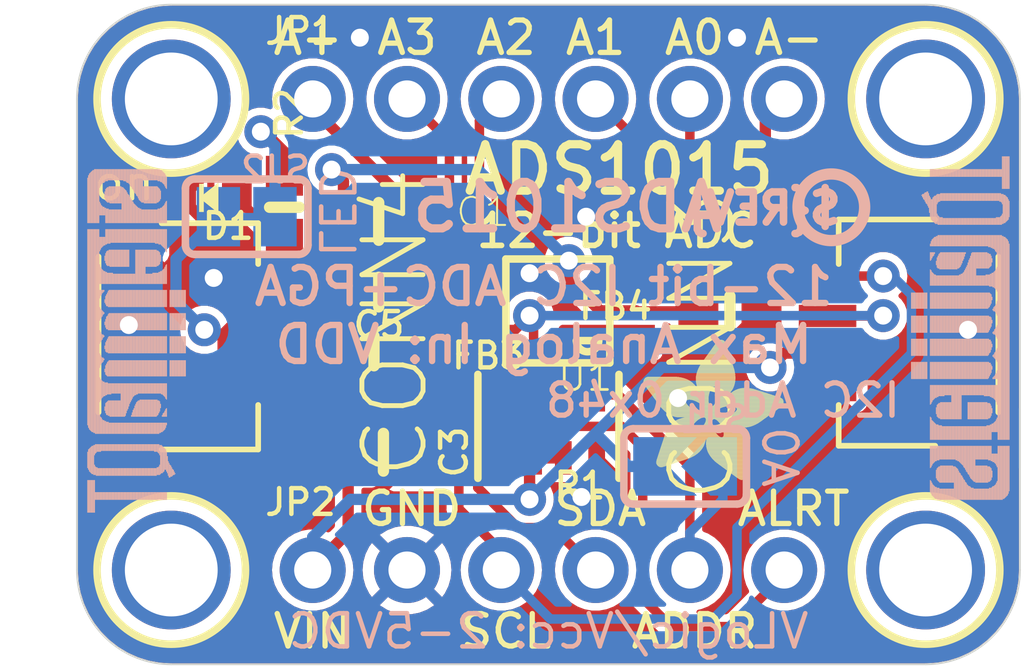
<source format=kicad_pcb>
(kicad_pcb (version 20221018) (generator pcbnew)
  (layers (0 "F.Cu" signal) (31 "B.Cu" signal) (34 "B.Paste" user) (35 "F.Paste" user) (36 "B.SilkS" user "B.Silkscreen") (37 "F.SilkS" user "F.Silkscreen") (38 "B.Mask" user) (39 "F.Mask" user) (44 "Edge.Cuts" user))
  (net 0 "")
  (net 1 "GND")
  (net 2 "SCL")
  (net 3 "SDA")
  (net 4 "ADDR")
  (net 5 "ALERT")
  (net 6 "AIN0")
  (net 7 "AIN1")
  (net 8 "AIN2")
  (net 9 "AIN3")
  (net 10 "VCC")
  (net 11 "N$3")
  (net 12 "AVDD")
  (net 13 "AGND")
  (net 14 "N$1")
  (footprint "working:0603-NO" (layer "F.Cu") (at 153.3906 104.3686 180)
    (fp_text reference "FB4" (at 2.032 0.127) (layer "F.SilkS") (effects (font (size 0.692831 0.692831) (thickness 0.119969)) (justify right)))
    (fp_text value "FERRITE")
    (pad "1" smd rect (at -0.85 0 180) (size 1.075 1) (layers "F.Cu" "F.Paste" "F.Mask") (net 1 "GND"))
    (pad "2" smd rect (at 0.85 0 180) (size 1.075 1) (layers "F.Cu" "F.Paste" "F.Mask") (net 13 "AGND"))
  )
  (footprint "working:JST_SH4" (layer "F.Cu") (at 138.4681 105.0036 -90)
    (fp_text reference "CONN4" (at -4.6 -5.9 90) (layer "F.SilkS") (effects (font (size 1.647139 1.647139) (thickness 0.130861)) (justify right)))
    (fp_text value "STEMMA_I2C_QT" hide)
    (pad "1" smd rect (at -1.5 -2.514) (size 1.55 0.6) (layers "F.Cu" "F.Paste" "F.Mask") (net 1 "GND"))
    (pad "2" smd rect (at -0.5 -2.514) (size 1.55 0.6) (layers "F.Cu" "F.Paste" "F.Mask") (net 10 "VCC"))
    (pad "3" smd rect (at 0.5 -2.514) (size 1.55 0.6) (layers "F.Cu" "F.Paste" "F.Mask") (net 3 "SDA"))
    (pad "4" smd rect (at 1.5 -2.514) (size 1.55 0.6) (layers "F.Cu" "F.Paste" "F.Mask") (net 2 "SCL"))
    (pad "MT1" smd rect (at -2.8 1.386) (size 1.8 1.2) (layers "F.Cu" "F.Paste" "F.Mask") (net 1 "GND"))
    (pad "MT2" smd rect (at 2.8 1.386) (size 1.8 1.2) (layers "F.Cu" "F.Paste" "F.Mask") (net 1 "GND"))
  )
  (footprint "working:MOUNTINGHOLE_2.5_PLATED" (layer "F.Cu") (at 158.6611 111.3536)
    (fp_text reference "U$30" hide)
    (fp_text value "MOUNTINGHOLE2.5" hide)
    (pad "P$1" thru_hole circle (at 0 0) (size 3.2 3.2) (drill 2.5) (layers "*.Cu" "*.Mask"))
    (zone (net 0) (net_name "") (layer "F.Cu") (connect_pads (clearance 0)) (min_thickness 0.25)
      (keepout (tracks not_allowed) (vias not_allowed) (pads not_allowed) (copperpour not_allowed) (footprints allowed))
      (fill (thermal_gap 0.5) (thermal_bridge_width 0.5))
      (polygon (pts (xy 160.6771 111.3536) (xy 160.65748 111.073027) (xy 160.599004 110.797915) (xy 160.502808 110.533619) (xy 160.370765 110.285283) (xy 160.205446 110.05774) (xy 160.010067 109.85542) (xy 159.788433 109.68226) (xy 159.544856 109.541631) (xy 159.284078 109.43627) (xy 159.011175 109.368228) (xy 158.731457 109.338828) (xy 158.450371 109.348644) (xy 158.173385 109.397484) (xy 157.905893 109.484397) (xy 157.6531 109.607693) (xy 157.419926 109.76497) (xy 157.210911 109.953169) (xy 157.030122 110.168625) (xy 156.881078 110.407145) (xy 156.76668 110.664087) (xy 156.689154 110.93445) (xy 156.650011 111.212971) (xy 156.650011 111.494229) (xy 156.689154 111.77275) (xy 156.76668 112.043113) (xy 156.881078 112.300055) (xy 157.030122 112.538575) (xy 157.210911 112.754031) (xy 157.419926 112.94223) (xy 157.6531 113.099507) (xy 157.905893 113.222803) (xy 158.173385 113.309716) (xy 158.450371 113.358556) (xy 158.731457 113.368372) (xy 159.011175 113.338972) (xy 159.284078 113.27093) (xy 159.544856 113.165569) (xy 159.788433 113.02494) (xy 160.010067 112.85178) (xy 160.205446 112.64946) (xy 160.370765 112.421917) (xy 160.502808 112.173581) (xy 160.599004 111.909285) (xy 160.65748 111.634173)))
      (polygon (pts (xy 158.6451 111.3536) (xy 158.649786 111.364914) (xy 158.6611 111.3696) (xy 158.672414 111.364914) (xy 158.6771 111.3536) (xy 158.672414 111.342286) (xy 158.6611 111.3376) (xy 158.649786 111.342286)))
    )
    (zone (net 0) (net_name "") (layer "B.Cu") (connect_pads (clearance 0)) (min_thickness 0.25)
      (keepout (tracks not_allowed) (vias not_allowed) (pads not_allowed) (copperpour not_allowed) (footprints allowed))
      (fill (thermal_gap 0.5) (thermal_bridge_width 0.5))
      (polygon (pts (xy 160.6771 111.3536) (xy 160.65748 111.073027) (xy 160.599004 110.797915) (xy 160.502808 110.533619) (xy 160.370765 110.285283) (xy 160.205446 110.05774) (xy 160.010067 109.85542) (xy 159.788433 109.68226) (xy 159.544856 109.541631) (xy 159.284078 109.43627) (xy 159.011175 109.368228) (xy 158.731457 109.338828) (xy 158.450371 109.348644) (xy 158.173385 109.397484) (xy 157.905893 109.484397) (xy 157.6531 109.607693) (xy 157.419926 109.76497) (xy 157.210911 109.953169) (xy 157.030122 110.168625) (xy 156.881078 110.407145) (xy 156.76668 110.664087) (xy 156.689154 110.93445) (xy 156.650011 111.212971) (xy 156.650011 111.494229) (xy 156.689154 111.77275) (xy 156.76668 112.043113) (xy 156.881078 112.300055) (xy 157.030122 112.538575) (xy 157.210911 112.754031) (xy 157.419926 112.94223) (xy 157.6531 113.099507) (xy 157.905893 113.222803) (xy 158.173385 113.309716) (xy 158.450371 113.358556) (xy 158.731457 113.368372) (xy 159.011175 113.338972) (xy 159.284078 113.27093) (xy 159.544856 113.165569) (xy 159.788433 113.02494) (xy 160.010067 112.85178) (xy 160.205446 112.64946) (xy 160.370765 112.421917) (xy 160.502808 112.173581) (xy 160.599004 111.909285) (xy 160.65748 111.634173)))
      (polygon (pts (xy 158.6451 111.3536) (xy 158.649786 111.364914) (xy 158.6611 111.3696) (xy 158.672414 111.364914) (xy 158.6771 111.3536) (xy 158.672414 111.342286) (xy 158.6611 111.3376) (xy 158.649786 111.342286)))
    )
  )
  (footprint "working:0603-NO" (layer "F.Cu") (at 143.8021 105.4481)
    (fp_text reference "FB3" (at 2.032 0.127) (layer "F.SilkS") (effects (font (size 0.692831 0.692831) (thickness 0.119969)) (justify left)))
    (fp_text value "FERRITE")
    (pad "1" smd rect (at -0.85 0) (size 1.075 1) (layers "F.Cu" "F.Paste" "F.Mask") (net 10 "VCC"))
    (pad "2" smd rect (at 0.85 0) (size 1.075 1) (layers "F.Cu" "F.Paste" "F.Mask") (net 12 "AVDD"))
  )
  (footprint "working:FIDUCIAL_1MM" (layer "F.Cu") (at 140.8811 109.0676)
    (fp_text reference "FID3" hide)
    (fp_text value "FIDUCIAL_1MM" hide)
    (pad "1" smd roundrect (at 0 0) (size 1 1) (layers "F.Cu" "F.Mask") (roundrect_rratio 0.5))
  )
  (footprint "working:1X06_ROUND_70" (layer "F.Cu") (at 148.5011 98.6536)
    (fp_text reference "JP1" (at -7.6962 -1.8288) (layer "F.SilkS") (effects (font (size 0.692831 0.692831) (thickness 0.119969)) (justify left)))
    (fp_text value "")
    (pad "1" thru_hole circle (at -6.35 0 90) (size 1.778 1.778) (drill 1) (layers "*.Cu" "*.Mask") (net 12 "AVDD"))
    (pad "2" thru_hole circle (at -3.81 0 90) (size 1.778 1.778) (drill 1) (layers "*.Cu" "*.Mask") (net 9 "AIN3"))
    (pad "3" thru_hole circle (at -1.27 0 90) (size 1.778 1.778) (drill 1) (layers "*.Cu" "*.Mask") (net 8 "AIN2"))
    (pad "4" thru_hole circle (at 1.27 0 90) (size 1.778 1.778) (drill 1) (layers "*.Cu" "*.Mask") (net 7 "AIN1"))
    (pad "5" thru_hole circle (at 3.81 0 90) (size 1.778 1.778) (drill 1) (layers "*.Cu" "*.Mask") (net 6 "AIN0"))
    (pad "6" thru_hole circle (at 6.35 0 90) (size 1.778 1.778) (drill 1) (layers "*.Cu" "*.Mask") (net 13 "AGND"))
  )
  (footprint "working:JST_SH4" (layer "F.Cu") (at 158.5341 105.0036 90)
    (fp_text reference "CONN3" (at -4.6 -5.9 90) (layer "F.SilkS") (effects (font (size 1.647139 1.647139) (thickness 0.130861)) (justify left)))
    (fp_text value "STEMMA_I2C_QT" hide)
    (pad "1" smd rect (at -1.5 -2.514 180) (size 1.55 0.6) (layers "F.Cu" "F.Paste" "F.Mask") (net 1 "GND"))
    (pad "2" smd rect (at -0.5 -2.514 180) (size 1.55 0.6) (layers "F.Cu" "F.Paste" "F.Mask") (net 10 "VCC"))
    (pad "3" smd rect (at 0.5 -2.514 180) (size 1.55 0.6) (layers "F.Cu" "F.Paste" "F.Mask") (net 3 "SDA"))
    (pad "4" smd rect (at 1.5 -2.514 180) (size 1.55 0.6) (layers "F.Cu" "F.Paste" "F.Mask") (net 2 "SCL"))
    (pad "MT1" smd rect (at -2.8 1.386 180) (size 1.8 1.2) (layers "F.Cu" "F.Paste" "F.Mask") (net 1 "GND"))
    (pad "MT2" smd rect (at 2.8 1.386 180) (size 1.8 1.2) (layers "F.Cu" "F.Paste" "F.Mask") (net 1 "GND"))
  )
  (footprint "working:0603-NO" (layer "F.Cu") (at 141.3891 101.5746 90)
    (fp_text reference "R2" (at 1.778 0.127 90) (layer "F.SilkS") (effects (font (size 0.692831 0.692831) (thickness 0.119969)) (justify left)))
    (fp_text value "10K")
    (pad "1" smd rect (at -0.85 0 90) (size 1.075 1) (layers "F.Cu" "F.Paste" "F.Mask") (net 11 "N$3"))
    (pad "2" smd rect (at 0.85 0 90) (size 1.075 1) (layers "F.Cu" "F.Paste" "F.Mask") (net 14 "N$1"))
  )
  (footprint "working:MOUNTINGHOLE_2.5_PLATED" (layer "F.Cu") (at 138.3411 98.6536)
    (fp_text reference "U$25" hide)
    (fp_text value "MOUNTINGHOLE2.5" hide)
    (pad "P$1" thru_hole circle (at 0 0) (size 3.2 3.2) (drill 2.5) (layers "*.Cu" "*.Mask"))
    (zone (net 0) (net_name "") (layer "F.Cu") (connect_pads (clearance 0)) (min_thickness 0.25)
      (keepout (tracks not_allowed) (vias not_allowed) (pads not_allowed) (copperpour not_allowed) (footprints allowed))
      (fill (thermal_gap 0.5) (thermal_bridge_width 0.5))
      (polygon (pts (xy 140.3571 98.6536) (xy 140.33748 98.373027) (xy 140.279004 98.097915) (xy 140.182808 97.833619) (xy 140.050765 97.585283) (xy 139.885446 97.35774) (xy 139.690067 97.15542) (xy 139.468433 96.98226) (xy 139.224856 96.841631) (xy 138.964078 96.73627) (xy 138.691175 96.668228) (xy 138.411457 96.638828) (xy 138.130371 96.648644) (xy 137.853385 96.697484) (xy 137.585893 96.784397) (xy 137.3331 96.907693) (xy 137.099926 97.06497) (xy 136.890911 97.253169) (xy 136.710122 97.468625) (xy 136.561078 97.707145) (xy 136.44668 97.964087) (xy 136.369154 98.23445) (xy 136.330011 98.512971) (xy 136.330011 98.794229) (xy 136.369154 99.07275) (xy 136.44668 99.343113) (xy 136.561078 99.600055) (xy 136.710122 99.838575) (xy 136.890911 100.054031) (xy 137.099926 100.24223) (xy 137.3331 100.399507) (xy 137.585893 100.522803) (xy 137.853385 100.609716) (xy 138.130371 100.658556) (xy 138.411457 100.668372) (xy 138.691175 100.638972) (xy 138.964078 100.57093) (xy 139.224856 100.465569) (xy 139.468433 100.32494) (xy 139.690067 100.15178) (xy 139.885446 99.94946) (xy 140.050765 99.721917) (xy 140.182808 99.473581) (xy 140.279004 99.209285) (xy 140.33748 98.934173)))
      (polygon (pts (xy 138.3251 98.6536) (xy 138.329786 98.664914) (xy 138.3411 98.6696) (xy 138.352414 98.664914) (xy 138.3571 98.6536) (xy 138.352414 98.642286) (xy 138.3411 98.6376) (xy 138.329786 98.642286)))
    )
    (zone (net 0) (net_name "") (layer "B.Cu") (connect_pads (clearance 0)) (min_thickness 0.25)
      (keepout (tracks not_allowed) (vias not_allowed) (pads not_allowed) (copperpour not_allowed) (footprints allowed))
      (fill (thermal_gap 0.5) (thermal_bridge_width 0.5))
      (polygon (pts (xy 140.3571 98.6536) (xy 140.33748 98.373027) (xy 140.279004 98.097915) (xy 140.182808 97.833619) (xy 140.050765 97.585283) (xy 139.885446 97.35774) (xy 139.690067 97.15542) (xy 139.468433 96.98226) (xy 139.224856 96.841631) (xy 138.964078 96.73627) (xy 138.691175 96.668228) (xy 138.411457 96.638828) (xy 138.130371 96.648644) (xy 137.853385 96.697484) (xy 137.585893 96.784397) (xy 137.3331 96.907693) (xy 137.099926 97.06497) (xy 136.890911 97.253169) (xy 136.710122 97.468625) (xy 136.561078 97.707145) (xy 136.44668 97.964087) (xy 136.369154 98.23445) (xy 136.330011 98.512971) (xy 136.330011 98.794229) (xy 136.369154 99.07275) (xy 136.44668 99.343113) (xy 136.561078 99.600055) (xy 136.710122 99.838575) (xy 136.890911 100.054031) (xy 137.099926 100.24223) (xy 137.3331 100.399507) (xy 137.585893 100.522803) (xy 137.853385 100.609716) (xy 138.130371 100.658556) (xy 138.411457 100.668372) (xy 138.691175 100.638972) (xy 138.964078 100.57093) (xy 139.224856 100.465569) (xy 139.468433 100.32494) (xy 139.690067 100.15178) (xy 139.885446 99.94946) (xy 140.050765 99.721917) (xy 140.182808 99.473581) (xy 140.279004 99.209285) (xy 140.33748 98.934173)))
      (polygon (pts (xy 138.3251 98.6536) (xy 138.329786 98.664914) (xy 138.3411 98.6696) (xy 138.352414 98.664914) (xy 138.3571 98.6536) (xy 138.352414 98.642286) (xy 138.3411 98.6376) (xy 138.329786 98.642286)))
    )
  )
  (footprint "working:MOUNTINGHOLE_2.5_PLATED" (layer "F.Cu") (at 158.6611 98.6536)
    (fp_text reference "U$27" hide)
    (fp_text value "MOUNTINGHOLE2.5" hide)
    (pad "P$1" thru_hole circle (at 0 0) (size 3.2 3.2) (drill 2.5) (layers "*.Cu" "*.Mask"))
    (zone (net 0) (net_name "") (layer "F.Cu") (connect_pads (clearance 0)) (min_thickness 0.25)
      (keepout (tracks not_allowed) (vias not_allowed) (pads not_allowed) (copperpour not_allowed) (footprints allowed))
      (fill (thermal_gap 0.5) (thermal_bridge_width 0.5))
      (polygon (pts (xy 160.6771 98.6536) (xy 160.65748 98.373027) (xy 160.599004 98.097915) (xy 160.502808 97.833619) (xy 160.370765 97.585283) (xy 160.205446 97.35774) (xy 160.010067 97.15542) (xy 159.788433 96.98226) (xy 159.544856 96.841631) (xy 159.284078 96.73627) (xy 159.011175 96.668228) (xy 158.731457 96.638828) (xy 158.450371 96.648644) (xy 158.173385 96.697484) (xy 157.905893 96.784397) (xy 157.6531 96.907693) (xy 157.419926 97.06497) (xy 157.210911 97.253169) (xy 157.030122 97.468625) (xy 156.881078 97.707145) (xy 156.76668 97.964087) (xy 156.689154 98.23445) (xy 156.650011 98.512971) (xy 156.650011 98.794229) (xy 156.689154 99.07275) (xy 156.76668 99.343113) (xy 156.881078 99.600055) (xy 157.030122 99.838575) (xy 157.210911 100.054031) (xy 157.419926 100.24223) (xy 157.6531 100.399507) (xy 157.905893 100.522803) (xy 158.173385 100.609716) (xy 158.450371 100.658556) (xy 158.731457 100.668372) (xy 159.011175 100.638972) (xy 159.284078 100.57093) (xy 159.544856 100.465569) (xy 159.788433 100.32494) (xy 160.010067 100.15178) (xy 160.205446 99.94946) (xy 160.370765 99.721917) (xy 160.502808 99.473581) (xy 160.599004 99.209285) (xy 160.65748 98.934173)))
      (polygon (pts (xy 158.6451 98.6536) (xy 158.649786 98.664914) (xy 158.6611 98.6696) (xy 158.672414 98.664914) (xy 158.6771 98.6536) (xy 158.672414 98.642286) (xy 158.6611 98.6376) (xy 158.649786 98.642286)))
    )
    (zone (net 0) (net_name "") (layer "B.Cu") (connect_pads (clearance 0)) (min_thickness 0.25)
      (keepout (tracks not_allowed) (vias not_allowed) (pads not_allowed) (copperpour not_allowed) (footprints allowed))
      (fill (thermal_gap 0.5) (thermal_bridge_width 0.5))
      (polygon (pts (xy 160.6771 98.6536) (xy 160.65748 98.373027) (xy 160.599004 98.097915) (xy 160.502808 97.833619) (xy 160.370765 97.585283) (xy 160.205446 97.35774) (xy 160.010067 97.15542) (xy 159.788433 96.98226) (xy 159.544856 96.841631) (xy 159.284078 96.73627) (xy 159.011175 96.668228) (xy 158.731457 96.638828) (xy 158.450371 96.648644) (xy 158.173385 96.697484) (xy 157.905893 96.784397) (xy 157.6531 96.907693) (xy 157.419926 97.06497) (xy 157.210911 97.253169) (xy 157.030122 97.468625) (xy 156.881078 97.707145) (xy 156.76668 97.964087) (xy 156.689154 98.23445) (xy 156.650011 98.512971) (xy 156.650011 98.794229) (xy 156.689154 99.07275) (xy 156.76668 99.343113) (xy 156.881078 99.600055) (xy 157.030122 99.838575) (xy 157.210911 100.054031) (xy 157.419926 100.24223) (xy 157.6531 100.399507) (xy 157.905893 100.522803) (xy 158.173385 100.609716) (xy 158.450371 100.658556) (xy 158.731457 100.668372) (xy 159.011175 100.638972) (xy 159.284078 100.57093) (xy 159.544856 100.465569) (xy 159.788433 100.32494) (xy 160.010067 100.15178) (xy 160.205446 99.94946) (xy 160.370765 99.721917) (xy 160.502808 99.473581) (xy 160.599004 99.209285) (xy 160.65748 98.934173)))
      (polygon (pts (xy 158.6451 98.6536) (xy 158.649786 98.664914) (xy 158.6611 98.6696) (xy 158.672414 98.664914) (xy 158.6771 98.6536) (xy 158.672414 98.642286) (xy 158.6611 98.6376) (xy 158.649786 98.642286)))
    )
  )
  (footprint "working:0805-NO" (layer "F.Cu") (at 144.0561 108.1786)
    (fp_text reference "C3" (at 1.905 -0.762 90) (layer "F.SilkS") (effects (font (size 0.692831 0.692831) (thickness 0.119969)) (justify right)))
    (fp_text value "10uF")
    (pad "1" smd rect (at -0.95 0) (size 1.24 1.5) (layers "F.Cu" "F.Paste" "F.Mask") (net 10 "VCC"))
    (pad "2" smd rect (at 0.95 0) (size 1.24 1.5) (layers "F.Cu" "F.Paste" "F.Mask") (net 1 "GND"))
  )
  (footprint "working:FIDUCIAL_1MM" (layer "F.Cu") (at 156.1211 100.9396)
    (fp_text reference "FID4" hide)
    (fp_text value "FIDUCIAL_1MM" hide)
    (pad "1" smd roundrect (at 0 0) (size 1 1) (layers "F.Cu" "F.Mask") (roundrect_rratio 0.5))
  )
  (footprint "working:1X06_ROUND_70" (layer "F.Cu") (at 148.5011 111.3536)
    (fp_text reference "JP2" (at -7.6962 -1.8288) (layer "F.SilkS") (effects (font (size 0.692831 0.692831) (thickness 0.119969)) (justify left)))
    (fp_text value "")
    (pad "1" thru_hole circle (at -6.35 0 90) (size 1.778 1.778) (drill 1) (layers "*.Cu" "*.Mask") (net 10 "VCC"))
    (pad "2" thru_hole circle (at -3.81 0 90) (size 1.778 1.778) (drill 1) (layers "*.Cu" "*.Mask") (net 1 "GND"))
    (pad "3" thru_hole circle (at -1.27 0 90) (size 1.778 1.778) (drill 1) (layers "*.Cu" "*.Mask") (net 2 "SCL"))
    (pad "4" thru_hole circle (at 1.27 0 90) (size 1.778 1.778) (drill 1) (layers "*.Cu" "*.Mask") (net 3 "SDA"))
    (pad "5" thru_hole circle (at 3.81 0 90) (size 1.778 1.778) (drill 1) (layers "*.Cu" "*.Mask") (net 4 "ADDR"))
    (pad "6" thru_hole circle (at 6.35 0 90) (size 1.778 1.778) (drill 1) (layers "*.Cu" "*.Mask") (net 5 "ALERT"))
  )
  (footprint "working:0805-NO" (layer "F.Cu") (at 143.9291 101.9556)
    (fp_text reference "C1" (at 2.032 -0.254) (layer "F.SilkS") (effects (font (size 0.75948 0.75948) (thickness 0.05332)) (justify left)))
    (fp_text value "10µF")
    (pad "1" smd rect (at -0.95 0) (size 1.24 1.5) (layers "F.Cu" "F.Paste" "F.Mask") (net 13 "AGND"))
    (pad "2" smd rect (at 0.95 0) (size 1.24 1.5) (layers "F.Cu" "F.Paste" "F.Mask") (net 12 "AVDD"))
  )
  (footprint "working:ADAFRUIT_3.5MM" (layer "F.Cu") (at 151.0411 108.9406)
    (fp_text reference "U$32" hide)
    (fp_text value "" hide)
  )
  (footprint "working:0603-NO" (layer "F.Cu") (at 143.9291 103.8606 180)
    (fp_text reference "C5" (at -0.762 -0.889) (layer "F.SilkS") (effects (font (size 0.692831 0.692831) (thickness 0.119969)) (justify right)))
    (fp_text value "0.1uF")
    (pad "1" smd rect (at -0.85 0 180) (size 1.075 1) (layers "F.Cu" "F.Paste" "F.Mask") (net 12 "AVDD"))
    (pad "2" smd rect (at 0.85 0 180) (size 1.075 1) (layers "F.Cu" "F.Paste" "F.Mask") (net 13 "AGND"))
  )
  (footprint "working:RESPACK_4X0603" (layer "F.Cu") (at 148.5011 107.4801 180)
    (fp_text reference "R1" (at -1.6 -1.6) (layer "F.SilkS") (effects (font (size 0.692831 0.692831) (thickness 0.119969)) (justify right)))
    (fp_text value "10K")
    (pad "1" smd rect (at -1.3 0.85 180) (size 0.45 0.9) (layers "F.Cu" "F.Paste" "F.Mask") (net 4 "ADDR"))
    (pad "2" smd rect (at -0.4 0.85 180) (size 0.45 0.9) (layers "F.Cu" "F.Paste" "F.Mask") (net 5 "ALERT"))
    (pad "3" smd rect (at 0.4 0.85 180) (size 0.45 0.9) (layers "F.Cu" "F.Paste" "F.Mask") (net 3 "SDA"))
    (pad "4" smd rect (at 1.3 0.85 180) (size 0.45 0.9) (layers "F.Cu" "F.Paste" "F.Mask") (net 2 "SCL"))
    (pad "5" smd rect (at 1.3 -0.85 180) (size 0.45 0.9) (layers "F.Cu" "F.Paste" "F.Mask") (net 10 "VCC"))
    (pad "6" smd rect (at 0.4 -0.85 180) (size 0.45 0.9) (layers "F.Cu" "F.Paste" "F.Mask") (net 10 "VCC"))
    (pad "7" smd rect (at -0.4 -0.85 180) (size 0.45 0.9) (layers "F.Cu" "F.Paste" "F.Mask") (net 10 "VCC"))
    (pad "8" smd rect (at -1.3 -0.85 180) (size 0.45 0.9) (layers "F.Cu" "F.Paste" "F.Mask") (net 1 "GND"))
  )
  (footprint "working:MSOP10" (layer "F.Cu") (at 148.7551 104.3686 90)
    (fp_text reference "U1" (at -1.778 1.524) (layer "F.SilkS") (effects (font (size 0.739648 0.739648) (thickness 0.073152)) (justify right)))
    (fp_text value "ADS1015IDGST")
    (pad "1" smd rect (at -1 2.1131 90) (size 0.25 1) (layers "F.Cu" "F.Paste" "F.Mask") (net 4 "ADDR"))
    (pad "2" smd rect (at -0.5 2.1131 90) (size 0.25 1) (layers "F.Cu" "F.Paste" "F.Mask") (net 5 "ALERT"))
    (pad "3" smd rect (at 0 2.1131 90) (size 0.25 1) (layers "F.Cu" "F.Paste" "F.Mask") (net 13 "AGND"))
    (pad "4" smd rect (at 0.5 2.1131 90) (size 0.25 1) (layers "F.Cu" "F.Paste" "F.Mask") (net 6 "AIN0"))
    (pad "5" smd rect (at 1 2.1131 90) (size 0.25 1) (layers "F.Cu" "F.Paste" "F.Mask") (net 7 "AIN1"))
    (pad "6" smd rect (at 1 -2.1131 270) (size 0.25 1) (layers "F.Cu" "F.Paste" "F.Mask") (net 8 "AIN2"))
    (pad "7" smd rect (at 0.5 -2.1131 270) (size 0.25 1) (layers "F.Cu" "F.Paste" "F.Mask") (net 9 "AIN3"))
    (pad "8" smd rect (at 0 -2.1131 270) (size 0.25 1) (layers "F.Cu" "F.Paste" "F.Mask") (net 12 "AVDD"))
    (pad "9" smd rect (at -0.5 -2.1131 270) (size 0.25 1) (layers "F.Cu" "F.Paste" "F.Mask") (net 3 "SDA"))
    (pad "10" smd rect (at -1 -2.1131 270) (size 0.25 1) (layers "F.Cu" "F.Paste" "F.Mask") (net 2 "SCL"))
  )
  (footprint "working:CHIPLED_0603_NOOUTLINE" (layer "F.Cu") (at 139.3571 101.3206 90)
    (fp_text reference "D1" (at -0.762 1.27) (layer "F.SilkS") (effects (font (size 0.692831 0.692831) (thickness 0.119969)) (justify right)))
    (fp_text value "GREEN")
    (pad "A" smd rect (at 0 0.75 90) (size 0.8 0.8) (layers "F.Cu" "F.Paste" "F.Mask") (net 11 "N$3"))
    (pad "C" smd rect (at 0 -0.75 90) (size 0.8 0.8) (layers "F.Cu" "F.Paste" "F.Mask") (net 1 "GND"))
  )
  (footprint "working:MOUNTINGHOLE_2.5_PLATED" (layer "F.Cu") (at 138.3411 111.3536)
    (fp_text reference "U$29" hide)
    (fp_text value "MOUNTINGHOLE2.5" hide)
    (pad "P$1" thru_hole circle (at 0 0) (size 3.2 3.2) (drill 2.5) (layers "*.Cu" "*.Mask"))
    (zone (net 0) (net_name "") (layer "F.Cu") (connect_pads (clearance 0)) (min_thickness 0.25)
      (keepout (tracks not_allowed) (vias not_allowed) (pads not_allowed) (copperpour not_allowed) (footprints allowed))
      (fill (thermal_gap 0.5) (thermal_bridge_width 0.5))
      (polygon (pts (xy 140.3571 111.3536) (xy 140.33748 111.073027) (xy 140.279004 110.797915) (xy 140.182808 110.533619) (xy 140.050765 110.285283) (xy 139.885446 110.05774) (xy 139.690067 109.85542) (xy 139.468433 109.68226) (xy 139.224856 109.541631) (xy 138.964078 109.43627) (xy 138.691175 109.368228) (xy 138.411457 109.338828) (xy 138.130371 109.348644) (xy 137.853385 109.397484) (xy 137.585893 109.484397) (xy 137.3331 109.607693) (xy 137.099926 109.76497) (xy 136.890911 109.953169) (xy 136.710122 110.168625) (xy 136.561078 110.407145) (xy 136.44668 110.664087) (xy 136.369154 110.93445) (xy 136.330011 111.212971) (xy 136.330011 111.494229) (xy 136.369154 111.77275) (xy 136.44668 112.043113) (xy 136.561078 112.300055) (xy 136.710122 112.538575) (xy 136.890911 112.754031) (xy 137.099926 112.94223) (xy 137.3331 113.099507) (xy 137.585893 113.222803) (xy 137.853385 113.309716) (xy 138.130371 113.358556) (xy 138.411457 113.368372) (xy 138.691175 113.338972) (xy 138.964078 113.27093) (xy 139.224856 113.165569) (xy 139.468433 113.02494) (xy 139.690067 112.85178) (xy 139.885446 112.64946) (xy 140.050765 112.421917) (xy 140.182808 112.173581) (xy 140.279004 111.909285) (xy 140.33748 111.634173)))
      (polygon (pts (xy 138.3251 111.3536) (xy 138.329786 111.364914) (xy 138.3411 111.3696) (xy 138.352414 111.364914) (xy 138.3571 111.3536) (xy 138.352414 111.342286) (xy 138.3411 111.3376) (xy 138.329786 111.342286)))
    )
    (zone (net 0) (net_name "") (layer "B.Cu") (connect_pads (clearance 0)) (min_thickness 0.25)
      (keepout (tracks not_allowed) (vias not_allowed) (pads not_allowed) (copperpour not_allowed) (footprints allowed))
      (fill (thermal_gap 0.5) (thermal_bridge_width 0.5))
      (polygon (pts (xy 140.3571 111.3536) (xy 140.33748 111.073027) (xy 140.279004 110.797915) (xy 140.182808 110.533619) (xy 140.050765 110.285283) (xy 139.885446 110.05774) (xy 139.690067 109.85542) (xy 139.468433 109.68226) (xy 139.224856 109.541631) (xy 138.964078 109.43627) (xy 138.691175 109.368228) (xy 138.411457 109.338828) (xy 138.130371 109.348644) (xy 137.853385 109.397484) (xy 137.585893 109.484397) (xy 137.3331 109.607693) (xy 137.099926 109.76497) (xy 136.890911 109.953169) (xy 136.710122 110.168625) (xy 136.561078 110.407145) (xy 136.44668 110.664087) (xy 136.369154 110.93445) (xy 136.330011 111.212971) (xy 136.330011 111.494229) (xy 136.369154 111.77275) (xy 136.44668 112.043113) (xy 136.561078 112.300055) (xy 136.710122 112.538575) (xy 136.890911 112.754031) (xy 137.099926 112.94223) (xy 137.3331 113.099507) (xy 137.585893 113.222803) (xy 137.853385 113.309716) (xy 138.130371 113.358556) (xy 138.411457 113.368372) (xy 138.691175 113.338972) (xy 138.964078 113.27093) (xy 139.224856 113.165569) (xy 139.468433 113.02494) (xy 139.690067 112.85178) (xy 139.885446 112.64946) (xy 140.050765 112.421917) (xy 140.182808 112.173581) (xy 140.279004 111.909285) (xy 140.33748 111.634173)))
      (polygon (pts (xy 138.3251 111.3536) (xy 138.329786 111.364914) (xy 138.3411 111.3696) (xy 138.352414 111.364914) (xy 138.3571 111.3536) (xy 138.352414 111.342286) (xy 138.3411 111.3376) (xy 138.329786 111.342286)))
    )
  )
  (footprint "working:PCBFEAT-REV-040" (layer "B.Cu") (at 156.1211 101.5746 180)
    (fp_text reference "U$33" hide)
    (fp_text value "" hide)
    (fp_text user "${REV}" (at -0.3556 -0.508) (layer "B.SilkS") (effects (font (size 0.8128 0.8128) (thickness 0.2032)) (justify left bottom mirror)))
  )
  (footprint "working:SOLDERJUMPER_CLOSEDWIRE" (layer "B.Cu") (at 140.3731 101.8286 180)
    (fp_text reference "SJ2" (at -1.778 1.27) (layer "B.SilkS") (effects (font (size 0.692831 0.692831) (thickness 0.119969)) (justify left mirror)))
    (fp_text value "")
    (pad "1" smd rect (at -0.762 0 180) (size 1.1684 1.6002) (layers "B.Cu") (net 14 "N$1"))
    (pad "2" smd rect (at 0.762 0 180) (size 1.1684 1.6002) (layers "B.Cu") (net 10 "VCC"))
    (pad "WIRE" smd rect (at 0 0) (size 0.635 0.2032) (layers "B.Cu"))
  )
  (footprint "working:SOLDERJUMPER_ARROW_NOPASTE" (layer "B.Cu") (at 152.1841 108.5596 180)
    (fp_text reference "SJ1" (at -1.778 1.27) (layer "B.SilkS") (effects (font (size 0.692831 0.692831) (thickness 0.119969)) (justify left mirror)))
    (fp_text value "")
    (fp_poly (pts (xy 0.106121 -0.002663) (xy -0.679416 -0.7882) (xy -1.3946 -0.7882) (xy -1.3946 0.7882) (xy -0.62715 0.7882)) (fill solid) (layer "B.Cu"))
    (fp_poly (pts (xy 1.3946 -0.7882) (xy -0.315893 -0.7882) (xy 0.443148 0) (xy -0.315893 0.7882) (xy 1.3946 0.7882)) (fill solid) (layer "B.Cu"))
    (pad "1" smd roundrect (at -1.016 0 180) (size 0.762 1.524) (layers "B.Cu") (net 4 "ADDR"))
    (pad "2" smd roundrect (at 1.016 0 180) (size 0.762 1.524) (layers "B.Cu") (net 10 "VCC"))
  )
  (footprint "working:STEMMAQT" (layer "B.Cu") (at 158.2801 109.4486 90)
    (fp_text reference "U$34" hide)
    (fp_text value "" hide)
  )
  (footprint "working:STEMMAQT" (layer "B.Cu") (at 138.7221 100.5586 -90)
    (fp_text reference "U$35" hide)
    (fp_text value "" hide)
  )
  (gr_line (start 161.2011 111.3536) (end 161.2011 98.6536) (stroke (width 0.05)) (layer "Edge.Cuts"))
  (gr_arc (start 135.8011 98.6536) (mid 136.545049 96.857549) (end 138.3411 96.1136) (stroke (width 0.05)) (layer "Edge.Cuts"))
  (gr_arc (start 161.2011 111.3536) (mid 160.457151 113.149651) (end 158.6611 113.8936) (stroke (width 0.05)) (layer "Edge.Cuts"))
  (gr_arc (start 138.3411 113.8936) (mid 136.545049 113.149651) (end 135.8011 111.3536) (stroke (width 0.05)) (layer "Edge.Cuts"))
  (gr_line (start 158.6611 96.1136) (end 138.3411 96.1136) (stroke (width 0.05)) (layer "Edge.Cuts"))
  (gr_arc (start 158.6611 96.1136) (mid 160.457151 96.857549) (end 161.2011 98.6536) (stroke (width 0.05)) (layer "Edge.Cuts"))
  (gr_line (start 135.8011 98.6536) (end 135.8011 111.3536) (stroke (width 0.05)) (layer "Edge.Cuts"))
  (gr_line (start 138.3411 113.8936) (end 158.6611 113.8936) (stroke (width 0.05)) (layer "Edge.Cuts"))
  (gr_text "LED" (at 142.7861 101.7016 -90) (layer "B.SilkS") (effects (font (size 0.89408 0.89408) (thickness 0.12192)) (justify mirror)))
  (gr_text "12-bit I2C ADC+PGA\nMax Analog In: VDD" (at 148.3741 104.4956) (layer "B.SilkS") (effects (font (size 0.97155 0.97155) (thickness 0.17145)) (justify mirror)))
  (gr_text "VLogic/Vcc: 2-5VDC" (at 148.5011 113.0046) (layer "B.SilkS") (effects (font (size 0.89408 0.89408) (thickness 0.12192)) (justify mirror)))
  (gr_text "A0" (at 154.7241 108.3056 -90) (layer "B.SilkS") (effects (font (size 0.89408 0.89408) (thickness 0.12192)) (justify mirror)))
  (gr_text "ADS1015" (at 149.0091 101.5746) (layer "B.SilkS") (effects (font (size 1.25222 1.25222) (thickness 0.22098)) (justify mirror)))
  (gr_text "I2C Addr 0x48" (at 153.2001 106.7816) (layer "B.SilkS") (effects (font (size 0.87376 0.87376) (thickness 0.14224)) (justify mirror)))
  (gr_text "ADS1015" (at 150.4061 100.5586) (layer "F.SilkS") (effects (font (size 1.25222 1.25222) (thickness 0.22098))))
  (gr_text "A0" (at 152.4381 97.0026) (layer "F.SilkS") (effects (font (size 0.87376 0.87376) (thickness 0.14224))))
  (gr_text "VIN" (at 142.1511 113.0046) (layer "F.SilkS") (effects (font (size 0.87376 0.87376) (thickness 0.14224))))
  (gr_text "A1" (at 149.7711 97.0026) (layer "F.SilkS") (effects (font (size 0.87376 0.87376) (thickness 0.14224))))
  (gr_text "A+" (at 142.0241 97.0026) (layer "F.SilkS") (effects (font (size 0.87376 0.87376) (thickness 0.14224))))
  (gr_text "ALRT" (at 155.1051 109.7026) (layer "F.SilkS") (effects (font (size 0.87376 0.87376) (thickness 0.14224))))
  (gr_text "12-bit ADC" (at 150.3426 102.2096) (layer "F.SilkS") (effects (font (size 0.8636 0.8636) (thickness 0.1524))))
  (gr_text "A2" (at 147.3581 97.0026) (layer "F.SilkS") (effects (font (size 0.87376 0.87376) (thickness 0.14224))))
  (gr_text "on" (at 136.1821 101.4476) (layer "F.SilkS") (effects (font (size 0.89408 0.89408) (thickness 0.12192)) (justify left bottom)))
  (gr_text "SDA" (at 149.8981 109.7026) (layer "F.SilkS") (effects (font (size 0.87376 0.87376) (thickness 0.14224))))
  (gr_text "GND" (at 144.8181 109.7026) (layer "F.SilkS") (effects (font (size 0.87376 0.87376) (thickness 0.14224))))
  (gr_text "A3" (at 144.6911 97.0026) (layer "F.SilkS") (effects (font (size 0.87376 0.87376) (thickness 0.14224))))
  (gr_text "SCL" (at 147.3581 113.0046) (layer "F.SilkS") (effects (font (size 0.87376 0.87376) (thickness 0.14224))))
  (gr_text "A-" (at 154.9781 97.0026) (layer "F.SilkS") (effects (font (size 0.87376 0.87376) (thickness 0.14224))))
  (gr_text "ADDR" (at 152.4381 113.0046) (layer "F.SilkS") (effects (font (size 0.87376 0.87376) (thickness 0.14224))))
  (via (at 147.9931 103.3526) (size 0.889) (drill 0.4826) (layers "F.Cu" "B.Cu") (net 1))
  (via (at 149.5171 101.8286) (size 0.889) (drill 0.4826) (layers "F.Cu" "B.Cu") (net 1))
  (via (at 153.5811 97.0026) (size 0.889) (drill 0.4826) (layers "F.Cu" "B.Cu") (net 1))
  (via (at 149.3901 109.3851) (size 0.889) (drill 0.4826) (layers "F.Cu" "B.Cu") (net 1))
  (via (at 151.9936 106.7181) (size 0.889) (drill 0.4826) (layers "F.Cu" "B.Cu") (net 1))
  (via (at 143.4211 97.0026) (size 0.889) (drill 0.4826) (layers "F.Cu" "B.Cu") (net 1))
  (via (at 159.8041 104.8766) (size 0.889) (drill 0.4826) (layers "F.Cu" "B.Cu") (net 1))
  (via (at 139.4841 103.4796) (size 0.889) (drill 0.4826) (layers "F.Cu" "B.Cu") (net 1))
  (via (at 137.1981 104.7496) (size 0.889) (drill 0.4826) (layers "F.Cu" "B.Cu") (net 1))
  (segment (start 146.642 105.3686) (end 147.2011 105.9277) (width 0.254) (layer "F.Cu") (net 2))
  (segment (start 146.642 105.731282) (end 145.361681 107.0116) (width 0.254) (layer "F.Cu") (net 2))
  (segment (start 146.0881 109.7026) (end 147.2311 110.8456) (width 0.254) (layer "F.Cu") (net 2))
  (segment (start 147.2011 105.9277) (end 147.2011 106.6301) (width 0.254) (layer "F.Cu") (net 2))
  (segment (start 146.0881 107.1626) (end 146.0881 109.7026) (width 0.254) (layer "F.Cu") (net 2))
  (segment (start 147.2311 110.8456) (end 147.2311 111.3536) (width 0.254) (layer "F.Cu") (net 2))
  (segment (start 146.642 105.3686) (end 146.642 105.731282) (width 0.254) (layer "F.Cu") (net 2))
  (segment (start 145.361681 107.0116) (end 142.2521 107.0116) (width 0.254) (layer "F.Cu") (net 2))
  (segment (start 142.2521 107.0116) (end 141.7441 106.5036) (width 0.254) (layer "F.Cu") (net 2))
  (segment (start 146.6206 106.6301) (end 146.0881 107.1626) (width 0.254) (layer "F.Cu") (net 2))
  (segment (start 156.0201 103.5036) (end 156.0949 103.4288) (width 0.254) (layer "F.Cu") (net 2))
  (segment (start 156.0949 103.4288) (end 157.5181 103.4288) (width 0.254) (layer "F.Cu") (net 2))
  (segment (start 140.9821 106.5036) (end 141.7441 106.5036) (width 0.254) (layer "F.Cu") (net 2))
  (segment (start 147.2011 106.6301) (end 146.6206 106.6301) (width 0.254) (layer "F.Cu") (net 2))
  (via (at 157.5181 103.4288) (size 0.889) (drill 0.4826) (layers "F.Cu" "B.Cu") (net 2))
  (segment (start 153.5811 110.2106) (end 153.5811 112.025894) (width 0.254) (layer "B.Cu") (net 2))
  (segment (start 152.932593 112.6744) (end 148.5519 112.6744) (width 0.254) (layer "B.Cu") (net 2))
  (segment (start 158.2801 103.9368) (end 157.7721 103.4288) (width 0.254) (layer "B.Cu") (net 2))
  (segment (start 148.5519 112.6744) (end 147.2311 111.3536) (width 0.254) (layer "B.Cu") (net 2))
  (segment (start 157.7721 103.4288) (end 157.5181 103.4288) (width 0.254) (layer "B.Cu") (net 2))
  (segment (start 153.5811 112.025894) (end 152.932593 112.6744) (width 0.254) (layer "B.Cu") (net 2))
  (segment (start 153.5811 110.2106) (end 158.2801 105.5116) (width 0.254) (layer "B.Cu") (net 2))
  (segment (start 158.2801 105.5116) (end 158.2801 103.9368) (width 0.254) (layer "B.Cu") (net 2))
  (segment (start 147.7391 107.4801) (end 146.9136 107.4801) (width 0.254) (layer "F.Cu") (net 3))
  (segment (start 145.5801 106.1466) (end 145.3341 106.3926) (width 0.254) (layer "F.Cu") (net 3))
  (segment (start 145.5801 104.8686) (end 145.5801 106.1466) (width 0.254) (layer "F.Cu") (net 3))
  (segment (start 157.5101 104.5036) (end 157.5181 104.4956) (width 0.254) (layer "F.Cu") (net 3))
  (segment (start 148.1011 107.1181) (end 147.7391 107.4801) (width 0.254) (layer "F.Cu") (net 3))
  (segment (start 147.9931 104.4956) (end 147.6201 104.8686) (width 0.254) (layer "F.Cu") (net 3))
  (segment (start 142.3791 106.3926) (end 141.4901 105.5036) (width 0.254) (layer "F.Cu") (net 3))
  (segment (start 147.6201 104.8686) (end 146.642 104.8686) (width 0.254) (layer "F.Cu") (net 3))
  (segment (start 148.6281 110.2106) (end 149.7711 111.3536) (width 0.254) (layer "F.Cu") (net 3))
  (segment (start 148.1011 104.6036) (end 148.1011 106.6301) (width 0.254) (layer "F.Cu") (net 3))
  (segment (start 147.9931 104.4956) (end 148.1011 104.6036) (width 0.254) (layer "F.Cu") (net 3))
  (segment (start 146.5961 109.1311) (end 147.6756 110.2106) (width 0.254) (layer "F.Cu") (net 3))
  (segment (start 146.5961 107.7976) (end 146.5961 109.1311) (width 0.254) (layer "F.Cu") (net 3))
  (segment (start 148.1011 106.6301) (end 148.1011 107.1181) (width 0.254) (layer "F.Cu") (net 3))
  (segment (start 146.642 104.8686) (end 145.5801 104.8686) (width 0.254) (layer "F.Cu") (net 3))
  (segment (start 148.6281 110.2106) (end 147.6756 110.2106) (width 0.254) (layer "F.Cu") (net 3))
  (segment (start 141.4901 105.5036) (end 140.9821 105.5036) (width 0.254) (layer "F.Cu") (net 3))
  (segment (start 145.3341 106.3926) (end 142.3791 106.3926) (width 0.254) (layer "F.Cu") (net 3))
  (segment (start 156.0201 104.5036) (end 157.5101 104.5036) (width 0.254) (layer "F.Cu") (net 3))
  (segment (start 146.9136 107.4801) (end 146.5961 107.7976) (width 0.254) (layer "F.Cu") (net 3))
  (via (at 147.9931 104.4956) (size 0.889) (drill 0.4826) (layers "F.Cu" "B.Cu") (net 3))
  (via (at 157.5181 104.4956) (size 0.889) (drill 0.4826) (layers "F.Cu" "B.Cu") (net 3))
  (segment (start 157.5181 104.4956) (end 147.9931 104.4956) (width 0.254) (layer "B.Cu") (net 3))
  (segment (start 150.8682 105.3686) (end 149.8011 105.3686) (width 0.254) (layer "F.Cu") (net 4))
  (segment (start 150.3816 106.6301) (end 152.3111 108.5596) (width 0.254) (layer "F.Cu") (net 4))
  (segment (start 152.3111 108.5596) (end 152.3111 111.3536) (width 0.254) (layer "F.Cu") (net 4))
  (segment (start 149.8011 106.6301) (end 150.3816 106.6301) (width 0.254) (layer "F.Cu") (net 4))
  (segment (start 149.8011 105.3686) (end 149.8011 106.6301) (width 0.254) (layer "F.Cu") (net 4))
  (segment (start 152.3111 110.3376) (end 152.3111 111.3536) (width 0.254) (layer "B.Cu") (net 4))
  (segment (start 153.2001 109.4486) (end 152.3111 110.3376) (width 0.254) (layer "B.Cu") (net 4))
  (segment (start 153.2001 108.5596) (end 153.2001 109.4486) (width 0.254) (layer "B.Cu") (net 4))
  (segment (start 150.8682 104.8686) (end 148.9011 104.8686) (width 0.254) (layer "F.Cu") (net 5))
  (segment (start 149.1996 107.4801) (end 150.4696 107.4801) (width 0.254) (layer "F.Cu") (net 5))
  (segment (start 148.9011 106.6301) (end 148.9011 107.1816) (width 0.254) (layer "F.Cu") (net 5))
  (segment (start 151.8031 112.8776) (end 153.4541 112.8776) (width 0.254) (layer "F.Cu") (net 5))
  (segment (start 150.4696 107.4801) (end 151.0411 108.0516) (width 0.254) (layer "F.Cu") (net 5))
  (segment (start 153.4541 112.8776) (end 154.8511 111.4806) (width 0.254) (layer "F.Cu") (net 5))
  (segment (start 154.8511 111.4806) (end 154.8511 111.3536) (width 0.254) (layer "F.Cu") (net 5))
  (segment (start 148.9011 107.1816) (end 149.1996 107.4801) (width 0.254) (layer "F.Cu") (net 5))
  (segment (start 151.0411 112.1156) (end 151.8031 112.8776) (width 0.254) (layer "F.Cu") (net 5))
  (segment (start 151.0411 108.0516) (end 151.0411 112.1156) (width 0.254) (layer "F.Cu") (net 5))
  (segment (start 148.9011 104.8686) (end 148.9011 106.6301) (width 0.254) (layer "F.Cu") (net 5))
  (segment (start 152.3111 103.0986) (end 152.3111 98.6536) (width 0.254) (layer "F.Cu") (net 6))
  (segment (start 150.8682 103.8686) (end 151.5411 103.8686) (width 0.254) (layer "F.Cu") (net 6))
  (segment (start 151.5411 103.8686) (end 152.3111 103.0986) (width 0.254) (layer "F.Cu") (net 6))
  (segment (start 150.8682 99.7507) (end 149.7711 98.6536) (width 0.254) (layer "F.Cu") (net 7))
  (segment (start 150.8682 103.3686) (end 150.8682 99.7507) (width 0.254) (layer "F.Cu") (net 7))
  (segment (start 146.642 99.2427) (end 147.2311 98.6536) (width 0.254) (layer "F.Cu") (net 8))
  (segment (start 146.642 103.3686) (end 146.642 99.2427) (width 0.254) (layer "F.Cu") (net 8))
  (segment (start 145.8341 103.8686) (end 146.642 103.8686) (width 0.254) (layer "F.Cu") (net 9))
  (segment (start 145.8341 99.7966) (end 145.8341 103.8686) (width 0.254) (layer "F.Cu") (net 9))
  (segment (start 144.6911 98.6536) (end 145.8341 99.7966) (width 0.254) (layer "F.Cu") (net 9))
  (segment (start 142.6346 105.4481) (end 142.9521 105.4481) (width 0.3048) (layer "F.Cu") (net 10))
  (segment (start 147.2011 108.3301) (end 148.1011 108.3301) (width 0.3048) (layer "F.Cu") (net 10))
  (segment (start 142.5981 108.1786) (end 141.8361 107.4166) (width 0.3048) (layer "F.Cu") (net 10))
  (segment (start 139.2301 104.8766) (end 139.3571 105.0036) (width 0.3048) (layer "F.Cu") (net 10))
  (segment (start 143.1061 110.3376) (end 143.1061 108.1786) (width 0.3048) (layer "F.Cu") (net 10))
  (segment (start 142.5981 108.1786) (end 143.1061 108.1786) (width 0.3048) (layer "F.Cu") (net 10))
  (segment (start 148.1011 108.3301) (end 148.9011 108.3301) (width 0.3048) (layer "F.Cu") (net 10))
  (segment (start 140.9821 104.5036) (end 141.6901 104.5036) (width 0.3048) (layer "F.Cu") (net 10))
  (segment (start 139.7381 105.0036) (end 139.7381 106.9086) (width 0.3048) (layer "F.Cu") (net 10))
  (segment (start 143.1061 110.3376) (end 142.1511 111.2926) (width 0.3048) (layer "F.Cu") (net 10))
  (segment (start 147.9931 108.4381) (end 147.9931 109.4486) (width 0.3048) (layer "F.Cu") (net 10))
  (segment (start 148.1011 108.3301) (end 147.9931 108.4381) (width 0.3048) (layer "F.Cu") (net 10))
  (segment (start 140.9821 104.5036) (end 140.2381 104.5036) (width 0.3048) (layer "F.Cu") (net 10))
  (segment (start 154.8591 105.5036) (end 154.4701 105.8926) (width 0.3048) (layer "F.Cu") (net 10))
  (segment (start 142.6346 105.4481) (end 141.6901 104.5036) (width 0.3048) (layer "F.Cu") (net 10))
  (segment (start 140.2461 107.4166) (end 141.8361 107.4166) (width 0.3048) (layer "F.Cu") (net 10))
  (segment (start 140.2381 104.5036) (end 139.7381 105.0036) (width 0.3048) (layer "F.Cu") (net 10))
  (segment (start 139.3571 105.0036) (end 139.7381 105.0036) (width 0.3048) (layer "F.Cu") (net 10))
  (segment (start 139.7381 106.9086) (end 140.2461 107.4166) (width 0.3048) (layer "F.Cu") (net 10))
  (segment (start 156.0201 105.5036) (end 154.8591 105.5036) (width 0.3048) (layer "F.Cu") (net 10))
  (segment (start 142.1511 111.3536) (end 142.1511 111.2926) (width 0.3048) (layer "F.Cu") (net 10))
  (via (at 154.4701 105.8926) (size 0.889) (drill 0.4826) (layers "F.Cu" "B.Cu") (net 10))
  (via (at 147.9931 109.4486) (size 0.889) (drill 0.4826) (layers "F.Cu" "B.Cu") (net 10))
  (via (at 139.2301 104.8766) (size 0.889) (drill 0.4826) (layers "F.Cu" "B.Cu") (net 10))
  (segment (start 143.1671 109.4486) (end 142.1511 110.4646) (width 0.3048) (layer "B.Cu") (net 10))
  (segment (start 151.1681 108.5596) (end 150.6601 108.5596) (width 0.3048) (layer "B.Cu") (net 10))
  (segment (start 142.1511 110.4646) (end 142.1511 111.3536) (width 0.3048) (layer "B.Cu") (net 10))
  (segment (start 138.4681 102.9716) (end 138.4681 104.1146) (width 0.3048) (layer "B.Cu") (net 10))
  (segment (start 138.4681 104.1146) (end 139.2301 104.8766) (width 0.3048) (layer "B.Cu") (net 10))
  (segment (start 151.5491 105.8926) (end 149.7711 107.6706) (width 0.3048) (layer "B.Cu") (net 10))
  (segment (start 139.6111 101.8286) (end 138.4681 102.9716) (width 0.3048) (layer "B.Cu") (net 10))
  (segment (start 147.9931 109.4486) (end 143.1671 109.4486) (width 0.3048) (layer "B.Cu") (net 10))
  (segment (start 149.7711 107.6706) (end 147.9931 109.4486) (width 0.3048) (layer "B.Cu") (net 10))
  (segment (start 154.4701 105.8926) (end 151.5491 105.8926) (width 0.3048) (layer "B.Cu") (net 10))
  (segment (start 150.6601 108.5596) (end 149.7711 107.6706) (width 0.3048) (layer "B.Cu") (net 10))
  (segment (start 140.1071 101.3206) (end 141.3891 102.6026) (width 0.254) (layer "F.Cu") (net 11))
  (segment (start 141.3891 102.4246) (end 141.3891 102.6026) (width 0.254) (layer "F.Cu") (net 11))
  (segment (start 142.1511 98.6536) (end 142.1511 98.9076) (width 0.3048) (layer "F.Cu") (net 12))
  (segment (start 144.7791 103.8606) (end 144.6521 103.9876) (width 0.3048) (layer "F.Cu") (net 12))
  (segment (start 144.8791 103.7606) (end 144.7791 103.8606) (width 0.3048) (layer "F.Cu") (net 12))
  (segment (start 144.6521 103.9876) (end 144.6521 105.4481) (width 0.3048) (layer "F.Cu") (net 12))
  (segment (start 144.8791 101.6356) (end 144.8791 101.9556) (width 0.3048) (layer "F.Cu") (net 12))
  (segment (start 145.1815 104.3686) (end 144.7791 103.9662) (width 0.254) (layer "F.Cu") (net 12))
  (segment (start 144.7791 103.9662) (end 144.7791 103.8606) (width 0.254) (layer "F.Cu") (net 12))
  (segment (start 144.8791 101.6356) (end 142.1511 98.9076) (width 0.3048) (layer "F.Cu") (net 12))
  (segment (start 144.8791 101.9556) (end 144.8791 103.7606) (width 0.3048) (layer "F.Cu") (net 12))
  (segment (start 146.642 104.3686) (end 145.1815 104.3686) (width 0.254) (layer "F.Cu") (net 12))
  (segment (start 149.8981 104.3686) (end 149.050762 103.521263) (width 0.3048) (layer "F.Cu") (net 13))
  (segment (start 154.3431 102.159197) (end 152.233081 104.269216) (width 0.3048) (layer "F.Cu") (net 13))
  (segment (start 142.9791 101.9556) (end 142.9791 103.7606) (width 0.3048) (layer "F.Cu") (net 13))
  (segment (start 149.050762 103.013263) (end 149.050762 103.521263) (width 0.3048) (layer "F.Cu") (net 13))
  (segment (start 154.3431 99.1616) (end 154.3431 102.159197) (width 0.3048) (layer "F.Cu") (net 13))
  (segment (start 149.8981 104.3686) (end 150.8682 104.3686) (width 0.3048) (layer "F.Cu") (net 13))
  (segment (start 152.233081 104.269216) (end 152.5406 104.3686) (width 0.254) (layer "F.Cu") (net 13))
  (segment (start 142.9791 101.9556) (end 142.9791 100.8786) (width 0.3048) (layer "F.Cu") (net 13))
  (segment (start 143.0791 103.8606) (end 142.9791 103.7606) (width 0.3048) (layer "F.Cu") (net 13))
  (segment (start 154.8511 98.6536) (end 154.3431 99.1616) (width 0.3048) (layer "F.Cu") (net 13))
  (segment (start 142.9791 100.8786) (end 142.6591 100.5586) (width 0.3048) (layer "F.Cu") (net 13))
  (segment (start 152.1371 104.238197) (end 152.233081 104.269216) (width 0.254) (layer "F.Cu") (net 13))
  (segment (start 150.8682 104.3686) (end 152.006696 104.3686) (width 0.254) (layer "F.Cu") (net 13))
  (segment (start 152.1371 104.238197) (end 152.006696 104.3686) (width 0.3048) (layer "F.Cu") (net 13))
  (via (at 142.6591 100.5586) (size 0.889) (drill 0.4826) (layers "F.Cu" "B.Cu") (net 13))
  (via (at 149.050762 103.013263) (size 0.889) (drill 0.4826) (layers "F.Cu" "B.Cu") (net 13))
  (segment (start 142.6591 100.5586) (end 146.5961 100.5586) (width 0.3048) (layer "B.Cu") (net 13))
  (segment (start 146.5961 100.5586) (end 149.050762 103.013263) (width 0.3048) (layer "B.Cu") (net 13))
  (segment (start 141.3891 100.0896) (end 141.0081 99.7086) (width 0.3048) (layer "F.Cu") (net 14))
  (segment (start 141.0081 99.7086) (end 140.9264 99.7086) (width 0.3048) (layer "F.Cu") (net 14))
  (segment (start 140.9264 99.7086) (end 140.7541 99.5363) (width 0.3048) (layer "F.Cu") (net 14))
  (segment (start 141.3891 100.7246) (end 141.3891 100.0896) (width 0.3048) (layer "F.Cu") (net 14))
  (via (at 140.7541 99.5363) (size 0.889) (drill 0.4826) (layers "F.Cu" "B.Cu") (net 14))
  (segment (start 141.1351 99.9173) (end 140.7541 99.5363) (width 0.3048) (layer "B.Cu") (net 14))
  (segment (start 141.1351 101.8286) (end 141.1351 99.9173) (width 0.3048) (layer "B.Cu") (net 14))
  (zone (net 1) (net_name "GND") (layer "F.Cu") (priority 6) (connect_pads (clearance 0.000001)) (min_thickness 0.127) (fill yes (thermal_gap 0.304) (thermal_bridge_width 0.304))
    (polygon (pts (xy 161.3281 114.0206) (xy 135.6741 114.0206) (xy 135.6741 95.9866) (xy 161.3281 95.9866)))
  )
  (zone (net 1) (net_name "GND") (layer "B.Cu") (priority 6) (connect_pads (clearance 0.000001)) (min_thickness 0.127) (fill yes (thermal_gap 0.304) (thermal_bridge_width 0.304))
    (polygon (pts (xy 161.3281 114.0206) (xy 135.6741 114.0206) (xy 135.6741 95.9866) (xy 161.3281 95.9866)))
  )
)
</source>
